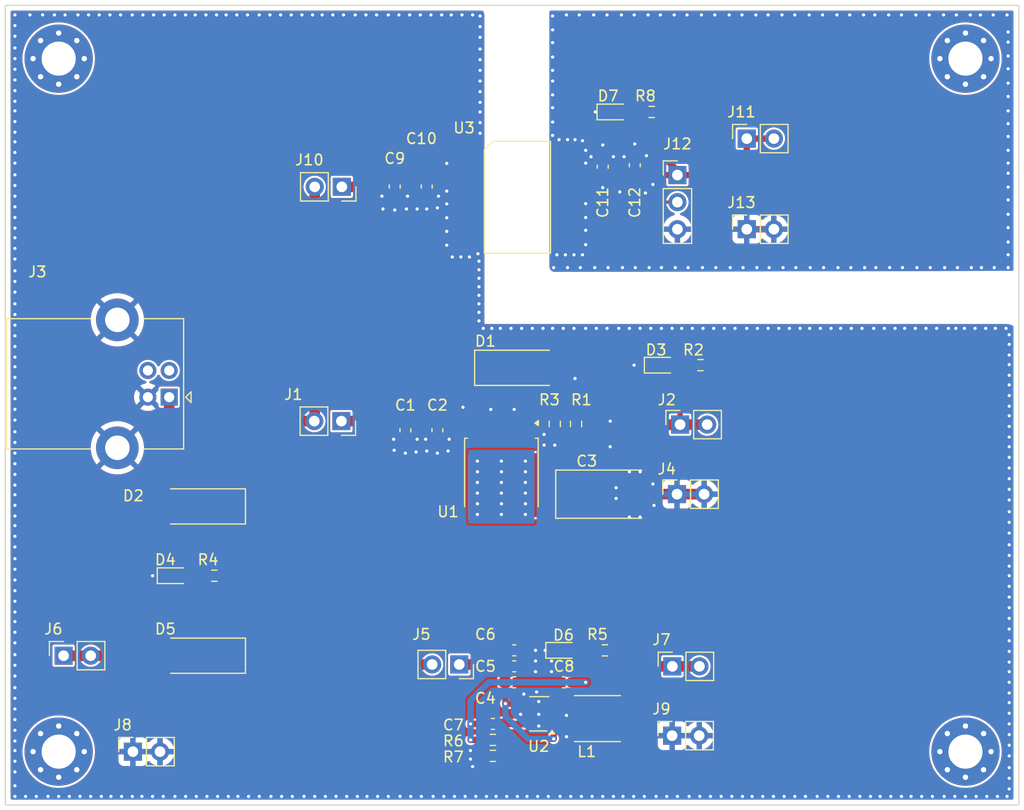
<source format=kicad_pcb>
(kicad_pcb (version 20240108) (generator "pcbnew") (generator_version "8.0")
  (layers (0 "F.Cu" signal) (31 "B.Cu" signal) (34 "B.Paste" user) (35 "F.Paste" user) (36 "B.SilkS" user "B.Silkscreen") (37 "F.SilkS" user "F.Silkscreen") (38 "B.Mask" user) (39 "F.Mask" user) (44 "Edge.Cuts" user))
  (net 0 "")
  (net 1 "VIN")
  (net 2 "GND")
  (net 3 "Net-(D1-K)")
  (net 4 "VCC_SY")
  (net 5 "Net-(J5-Pin_1)")
  (net 6 "Net-(D2-A)")
  (net 7 "Net-(D3-A)")
  (net 8 "Net-(U2-FB)")
  (net 9 "Net-(J10-Pin_1)")
  (net 10 "VCC_LM")
  (net 11 "Net-(D4-A)")
  (net 12 "Net-(D5-A)")
  (net 13 "VCC_ISO")
  (net 14 "GND_ISO")
  (net 15 "Net-(D6-A)")
  (net 16 "Net-(D7-A)")
  (net 19 "Net-(J12-Pin_2)")
  (net 20 "Net-(U2-LX)")
  (net 21 "Net-(U1-ADJ)")
  (footprint "MountingHole:MountingHole_3.2mm_M3_Pad_Via" (layer "F.Cu") (at 105.13125 120)
    (property "Reference" "REF**" (hide yes))
    (property "Value" "MountingHole_3.2mm_M3_Pad_Via" (hide yes))
  )
  (footprint "MountingHole:MountingHole_3.2mm_M3_Pad_Via" (layer "F.Cu") (at 190.13125 55)
    (property "Reference" "REF**" (hide yes))
    (property "Value" "MountingHole_3.2mm_M3_Pad_Via" (hide yes))
  )
  (footprint "Connector_PinSocket_2.54mm:PinSocket_1x02_P2.54mm_Vertical" (layer "F.Cu") (at 131.67125 67.025 -90)
    (property "Reference" "J10")
    (property "Value" "2 pin header")
  )
  (footprint "LED_SMD:LED_0603_1608Metric_Pad1.05x0.95mm_HandSolder" (layer "F.Cu") (at 161.69375 83.75)
    (property "Reference" "D3")
    (property "Value" "LED")
  )
  (footprint "Connector_PinSocket_2.54mm:PinSocket_1x02_P2.54mm_Vertical" (layer "F.Cu") (at 163.38125 89.325 90)
    (property "Reference" "J2")
    (property "Value" "2 pin header")
  )
  (footprint "LED_SMD:LED_0603_1608Metric_Pad1.05x0.95mm_HandSolder" (layer "F.Cu") (at 157.25625 60)
    (property "Reference" "D7")
    (property "Value" "LED")
  )
  (footprint "Connector_PinSocket_2.54mm:PinSocket_1x02_P2.54mm_Vertical" (layer "F.Cu") (at 162.65625 112 90)
    (property "Reference" "J7")
    (property "Value" "2 pin header" (hide yes))
  )
  (footprint "Connector_PinSocket_2.54mm:PinSocket_1x02_P2.54mm_Vertical" (layer "F.Cu") (at 105.59125 111 90)
    (property "Reference" "J6")
    (property "Value" "2 pin header" (hide yes))
  )
  (footprint "Connector_PinSocket_2.54mm:PinSocket_1x02_P2.54mm_Vertical" (layer "F.Cu") (at 131.63125 89 -90)
    (property "Reference" "J1")
    (property "Value" "2 pin header")
  )
  (footprint "Capacitor_SMD:C_0603_1608Metric_Pad1.08x0.95mm_HandSolder" (layer "F.Cu") (at 156.13125 65.1375 90)
    (property "Reference" "C11")
    (property "Value" "100n")
  )
  (footprint "Resistor_SMD:R_0603_1608Metric_Pad0.98x0.95mm_HandSolder" (layer "F.Cu") (at 145.83125 120.4 180)
    (property "Reference" "R7")
    (property "Value" "49.9k / 1%" (hide yes))
  )
  (footprint "Package_TO_SOT_SMD:SOT-23-5_HandSoldering" (layer "F.Cu") (at 150.18125 116.45 180)
    (property "Reference" "U2")
    (property "Value" "SY8089AAAC" (hide yes))
  )
  (footprint "Resistor_SMD:R_0603_1608Metric_Pad0.98x0.95mm_HandSolder" (layer "F.Cu") (at 119.71875 103.5 180)
    (property "Reference" "R4")
    (property "Value" "220")
  )
  (footprint "MountingHole:MountingHole_3.2mm_M3_Pad_Via" (layer "F.Cu") (at 105.13125 55)
    (property "Reference" "REF**" (hide yes))
    (property "Value" "MountingHole_3.2mm_M3_Pad_Via" (hide yes))
  )
  (footprint "Resistor_SMD:R_0603_1608Metric_Pad0.98x0.95mm_HandSolder" (layer "F.Cu") (at 145.83125 118.9)
    (property "Reference" "R6")
    (property "Value" "220k / 1%" (hide yes))
  )
  (footprint "Connector_PinSocket_2.54mm:PinSocket_1x02_P2.54mm_Vertical" (layer "F.Cu") (at 169.63125 71 90)
    (property "Reference" "J13")
    (property "Value" "2 pin header")
  )
  (footprint "Package_TO_SOT_SMD:TO-252-2" (layer "F.Cu") (at 146.62875 93.915 -90)
    (property "Reference" "U1")
    (property "Value" "LM1117DT-ADJ")
  )
  (footprint "Capacitor_Tantalum_SMD:CP_EIA-7343-31_Kemet-D" (layer "F.Cu") (at 156.13125 95.85)
    (property "Reference" "C3")
    (property "Value" "100u")
  )
  (footprint "Connector_PinSocket_2.54mm:PinSocket_1x02_P2.54mm_Vertical" (layer "F.Cu") (at 169.63125 62.5 90)
    (property "Reference" "J11")
    (property "Value" "2 pin header")
  )
  (footprint "Capacitor_SMD:C_0603_1608Metric_Pad1.08x0.95mm_HandSolder" (layer "F.Cu") (at 159.13125 65 90)
    (property "Reference" "C12")
    (property "Value" "22u")
  )
  (footprint "Capacitor_SMD:C_0603_1608Metric_Pad1.08x0.95mm_HandSolder" (layer "F.Cu") (at 140.63125 89.8625 -90)
    (property "Reference" "C2")
    (property "Value" "100n")
  )
  (footprint "MountingHole:MountingHole_3.2mm_M3_Pad_Via" (layer "F.Cu") (at 190.13125 120)
    (property "Reference" "REF**" (hide yes))
    (property "Value" "MountingHole_3.2mm_M3_Pad_Via" (hide yes))
  )
  (footprint "Resistor_SMD:R_0603_1608Metric_Pad0.98x0.95mm_HandSolder" (layer "F.Cu") (at 160.71875 60 180)
    (property "Reference" "R8")
    (property "Value" "220")
  )
  (footprint "Inductor_SMD:L_Coilcraft_XxL4020" (layer "F.Cu") (at 155.63125 116.9)
    (property "Reference" "L1")
    (property "Value" "2.2u" (hide yes))
  )
  (footprint "Capacitor_SMD:C_0603_1608Metric_Pad1.08x0.95mm_HandSolder" (layer "F.Cu") (at 147.83125 113.5)
    (property "Reference" "C4")
    (property "Value" "100n" (hide yes))
  )
  (footprint "LED_SMD:LED_0603_1608Metric_Pad1.05x0.95mm_HandSolder" (layer "F.Cu") (at 152.45625 110.5)
    (property "Reference" "D6")
    (property "Value" "LED")
  )
  (footprint "Capacitor_SMD:C_0603_1608Metric_Pad1.08x0.95mm_HandSolder" (layer "F.Cu") (at 147.83125 112)
    (property "Reference" "C5")
    (property "Value" "22u" (hide yes))
  )
  (footprint "Connector_USB:USB_B_Lumberg_2411_02_Horizontal" (layer "F.Cu") (at 115.49125 86.75 180)
    (property "Reference" "J3")
    (property "Value" "USB_B")
  )
  (footprint "Diode_SMD:D_SMA_Handsoldering" (layer "F.Cu") (at 118.13125 97 180)
    (property "Reference" "D2")
    (property "Value" "SK34A")
  )
  (footprint "Resistor_SMD:R_0603_1608Metric_Pad0.98x0.95mm_HandSolder" (layer "F.Cu") (at 156.33125 110.5 180)
    (property "Reference" "R5")
    (property "Value" "220" (hide yes))
  )
  (footprint "Connector_PinSocket_2.54mm:PinSocket_1x02_P2.54mm_Vertical" (layer "F.Cu") (at 112.09125 120 90)
    (property "Reference" "J8")
    (property "Value" "2 pin header" (hide yes))
  )
  (footprint "Resistor_SMD:R_0603_1608Metric_Pad0.98x0.95mm_HandSolder" (layer "F.Cu") (at 165.29375 83.75 180)
    (property "Reference" "R2")
    (property "Value" "220")
  )
  (footprint "Capacitor_SMD:C_0603_1608Metric_Pad1.08x0.95mm_HandSolder" (layer "F.Cu") (at 137.63125 89.8625 -90)
    (property "Reference" "C1")
    (property "Value" "22u")
  )
  (footprint "Capacitor_SMD:C_0603_1608Metric_Pad1.08x0.95mm_HandSolder" (layer "F.Cu") (at 136.63125 67 -90)
    (property "Reference" "C9")
    (property "Value" "22u")
  )
  (footprint "TUES_VMKS_DC_lib:SOIC-16_UCC12050" (layer "F.Cu") (at 148.13125 68 -90)
    (property "Reference" "U3")
    (property "Value" "UCC12050")
  )
  (footprint "Capacitor_SMD:C_0603_1608Metric_Pad1.08x0.95mm_HandSolder" (layer "F.Cu") (at 145.83125 117.4)
    (property "Reference" "C7")
    (property "Value" "100n" (hide yes))
  )
  (footprint "Connector_PinSocket_2.54mm:PinSocket_1x02_P2.54mm_Vertical" (layer "F.Cu") (at 162.63125 118.5 90)
    (property "Reference" "J9")
    (property "Value" "2 pin header" (hide yes))
  )
  (footprint "Resistor_SMD:R_0603_1608Metric_Pad0.98x0.95mm_HandSolder" (layer "F.Cu") (at 151.63125 89.2625 -90)
    (property "Reference" "R3")
    (property "Value" "24k")
  )
  (footprint "Capacitor_SMD:C_0603_1608Metric_Pad1.08x0.95mm_HandSolder" (layer "F.Cu") (at 152.49375 113.5 180)
    (property "Reference" "C8")
    (property "Value" "22u" (hide yes))
  )
  (footprint "Diode_SMD:D_SMA_Handsoldering" (layer "F.Cu") (at 148.63125 84)
    (property "Reference" "D1")
    (property "Value" "SK34A")
  )
  (footprint "Diode_SMD:D_SMA_Handsoldering" (layer "F.Cu") (at 118.13125 111 180)
    (property "Reference" "D5")
    (property "Value" "SK34A")
  )
  (footprint "Capacitor_SMD:C_0603_1608Metric_Pad1.08x0.95mm_HandSolder" (layer "F.Cu") (at 139.63125 67 -90)
    (property "Reference" "C10")
    (property "Value" "100n")
  )
  (footprint "Capacitor_SMD:C_0603_1608Metric_Pad1.08x0.95mm_HandSolder" (layer "F.Cu") (at 147.83125 110.5)
    (property "Reference" "C6")
    (property "Value" "22u" (hide yes))
  )
  (footprint "LED_SMD:LED_0603_1608Metric_Pad1.05x0.95mm_HandSolder" (layer "F.Cu") (at 116.03125 103.5)
    (property "Reference" "D4")
    (property "Value" "LED")
  )
  (footprint "Connector_PinSocket_2.54mm:PinSocket_1x02_P2.54mm_Vertical" (layer "F.Cu") (at 163.09125 95.85 90)
    (property "Reference" "J4")
    (property "Value" "2 pin header")
  )
  (footprint "Connector_PinHeader_2.54mm:PinHeader_1x03_P2.54mm_Vertical" (layer "F.Cu") (at 163.13125 65.92)
    (property "Reference" "J12")
    (property "Value" "3 pin header")
  )
  (footprint "Connector_PinSocket_2.54mm:PinSocket_1x02_P2.54mm_Vertical" (layer "F.Cu") (at 142.68125 111.825 -90)
    (property "Reference" "J5")
    (property "Value" "2 pin header")
  )
  (footprint "Resistor_SMD:R_0603_1608Metric_Pad0.98x0.95mm_HandSolder" (layer "F.Cu") (at 153.63125 89.2625 90)
    (property "Reference" "R1")
    (property "Value" "20k")
  )
  (gr_line (start 100.13125 50) (end 100.13125 125) (stroke (width 0.1)) (layer "F.SilkS"))
  (gr_line (start 195.13125 50) (end 100.13125 50) (stroke (width 0.1)) (layer "F.SilkS"))
  (gr_line (start 195.13125 125) (end 195.13125 50) (stroke (width 0.1)) (layer "F.SilkS"))
  (gr_line (start 100.13125 125) (end 195.13125 125) (stroke (width 0.1)) (layer "F.SilkS"))
  (gr_line (start 100.13125 125) (end 195.13125 125) (stroke (width 0.1)) (layer "Edge.Cuts"))
  (gr_line (start 195.13125 125) (end 195.13125 50) (stroke (width 0.1)) (layer "Edge.Cuts"))
  (gr_line (start 100.13125 125) (end 100.13125 50) (stroke (width 0.1)) (layer "Edge.Cuts"))
  (gr_line (start 100.13125 50) (end 195.13125 50) (stroke (width 0.1)) (layer "Edge.Cuts"))
  (segment (start 140.14125 111.825) (end 129.25625 111.825) (width 1) (layer "F.Cu") (net 1))
  (segment (start 125.13125 89) (end 129.09125 89) (width 1) (layer "F.Cu") (net 1))
  (segment (start 120.63125 97) (end 120.63125 93.5) (width 1) (layer "F.Cu") (net 1))
  (segment (start 129.13125 88.96) (end 129.13125 67.025) (width 1) (layer "F.Cu") (net 1))
  (segment (start 120.63125 111) (end 128.43125 111) (width 1) (layer "F.Cu") (net 1))
  (segment (start 120.63125 97) (end 120.63125 111) (width 1) (layer "F.Cu") (net 1))
  (segment (start 120.63125 93.5) (end 125.13125 89) (width 1) (layer "F.Cu") (net 1))
  (segment (start 129.25625 111.825) (end 128.43125 111) (width 1) (layer "F.Cu") (net 1))
  (segment (start 129.09125 89) (end 129.13125 88.96) (width 1) (layer "F.Cu") (net 1))
  (segment (start 151.55625 90.25) (end 151.63125 90.175) (width 0.5) (layer "F.Cu") (net 2))
  (segment (start 139.63125 67.825) (end 139.63125 69.1) (width 1) (layer "F.Cu") (net 2))
  (segment (start 143.48125 72.445) (end 141.48625 72.445) (width 0.5) (layer "F.Cu") (net 2))
  (segment (start 141.48625 72.445) (end 141.43125 72.5) (width 0.2) (layer "F.Cu") (net 2))
  (segment (start 141.53125 64.8) (end 141.50625 64.825) (width 0.5) (layer "F.Cu") (net 2))
  (segment (start 140.63125 90.725) (end 140.63125 92) (width 1) (layer "F.Cu") (net 2))
  (segment (start 159.06875 83.75) (end 160.88125 83.75) (width 0.5) (layer "F.Cu") (net 2))
  (segment (start 143.85625 64.8) (end 141.53125 64.8) (width 0.5) (layer "F.Cu") (net 2))
  (segment (start 151.63125 91.25) (end 151.63125 90.175) (width 0.5) (layer "F.Cu") (net 2))
  (segment (start 143.45625 67.4) (end 141.53125 67.4) (width 0.5) (layer "F.Cu") (net 2))
  (segment (start 137.63125 90.725) (end 137.63125 92) (width 1) (layer "F.Cu") (net 2))
  (segment (start 136.63125 67.925) (end 136.63125 69.2) (width 1) (layer "F.Cu") (net 2))
  (segment (start 143.55625 68.6) (end 141.63125 68.6) (width 0.5) (layer "F.Cu") (net 2))
  (segment (start 159.24375 95.85) (end 165.63125 95.85) (width 1) (layer "F.Cu") (net 2))
  (segment (start 143.48125 71.175) (end 141.55625 71.175) (width 0.5) (layer "F.Cu") (net 2))
  (segment (start 150.63125 90.25) (end 151.55625 90.25) (width 0.5) (layer "F.Cu") (net 2))
  (segment (start 141.55625 71.175) (end 141.53125 71.2) (width 0.5) (layer "F.Cu") (net 2))
  (segment (start 143.45625 69.9) (end 141.53125 69.9) (width 0.5) (layer "F.Cu") (net 2))
  (via (at 101.03125 123.2) (size 0.5) (drill 0.3) (layers "F.Cu" "B.Cu") (net 2))
  (via (at 192.13125 124.2) (size 0.5) (drill 0.3) (layers "F.Cu" "B.Cu") (net 2))
  (via (at 101.03125 65.9) (size 0.5) (drill 0.3) (layers "F.Cu" "B.Cu") (net 2))
  (via (at 104.73125 50.9) (size 0.5) (drill 0.3) (layers "F.Cu" "B.Cu") (net 2))
  (via (at 120.83125 50.9) (size 0.5) (drill 0.3) (layers "F.Cu" "B.Cu") (net 2))
  (via (at 191.13125 124.2) (size 0.5) (drill 0.3) (layers "F.Cu" "B.Cu") (net 2))
  (via (at 144.63125 62) (size 0.5) (drill 0.3) (layers "F.Cu" "B.Cu") (net 2))
  (via (at 132.13125 124.2) (size 0.5) (drill 0.3) (layers "F.Cu" "B.Cu") (net 2))
  (via (at 144.53125 74.8) (size 0.5) (drill 0.3) (layers "F.Cu" "B.Cu") (net 2))
  (via (at 109.93125 50.9) (size 0.5) (drill 0.3) (layers "F.Cu" "B.Cu") (net 2))
  (via (at 152.43125 80.3) (size 0.5) (drill 0.3) (layers "F.Cu" "B.Cu") (net 2))
  (via (at 151.33125 111.5) (size 0.6) (drill 0.3) (layers "F.Cu" "B.Cu") (net 2))
  (via (at 101.03125 51.9) (size 0.5) (drill 0.3) (layers "F.Cu" "B.Cu") (net 2))
  (via (at 167.53125 80.3) (size 0.5) (drill 0.3) (layers "F.Cu" "B.Cu") (net 2))
  (via (at 101.03125 69.9) (size 0.5) (drill 0.3) (layers "F.Cu" "B.Cu") (net 2))
  (via (at 157.63125 80.3) (size 0.5) (drill 0.3) (layers "F.Cu" "B.Cu") (net 2))
  (via (at 101.03125 99.8) (size 0.5) (drill 0.3) (layers "F.Cu" "B.Cu") (net 2))
  (via (at 194.23125 116.4) (size 0.5) (drill 0.3) (layers "F.Cu" "B.Cu") (net 2))
  (via (at 186.43125 80.3) (size 0.5) (drill 0.3) (layers "F.Cu" "B.Cu") (net 2))
  (via (at 101.03125 83) (size 0.5) (drill 0.3) (layers "F.Cu" "B.Cu") (net 2))
  (via (at 148.53125 80.3) (size 0.5) (drill 0.3) (layers "F.Cu" "B.Cu") (net 2))
  (via (at 112.03125 50.9) (size 0.5) (drill 0.3) (layers "F.Cu" "B.Cu") (net 2))
  (via (at 137.63125 92) (size 0.6) (drill 0.3) (layers "F.Cu" "B.Cu") (net 2))
  (via (at 153.13125 124.2) (size 0.5) (drill 0.3) (layers "F.Cu" "B.Cu") (net 2))
  (via (at 137.83125 67.9) (size 0.6) (drill 0.3) (layers "F.Cu" "B.Cu") (net 2))
  (via (at 139.63125 69.1) (size 0.6) (drill 0.3) (layers "F.Cu" "B.Cu") (net 2))
  (via (at 194.23125 88.5) (size 0.5) (drill 0.3) (layers "F.Cu" "B.Cu") (net 2))
  (via (at 194.23125 99.5) (size 0.5) (drill 0.3) (layers "F.Cu" "B.Cu") (net 2))
  (via (at 156.83125 91.4) (size 0.6) (drill 0.3) (layers "F.Cu" "B.Cu") (net 2))
  (via (at 185.03125 124.2) (size 0.5) (drill 0.3) (layers "F.Cu" "B.Cu") (net 2))
  (via (at 141.23125 124.2) (size 0.5) (drill 0.3) (layers "F.Cu" "B.Cu") (net 2))
  (via (at 137.03125 50.9) (size 0.5) (drill 0.3) (layers "F.Cu" "B.Cu") (net 2))
  (via (at 101.03125 97.9) (size 0.5) (drill 0.3) (layers "F.Cu" "B.Cu") (net 2))
  (via (at 141.50625 64.825) (size 0.6) (drill 0.3) (layers "F.Cu" "B.Cu") (net 2))
  (via (at 143.73125 120.7) (size 0.6) (drill 0.3) (layers "F.Cu" "B.Cu") (net 2))
  (via (at 159.63125 93.75) (size 0.6) (drill 0.3) (layers "F.Cu" "B.Cu") (net 2))
  (via (at 194.23125 109.6) (size 0.5) (drill 0.3) (layers "F.Cu" "B.Cu") (net 2))
  (via (at 146.53125 80.3) (size 0.5) (drill 0.3) (layers "F.Cu" "B.Cu") (net 2))
  (via (at 177.23125 124.2) (size 0.5) (drill 0.3) (layers "F.Cu" "B.Cu") (net 2))
  (via (at 144.53125 78) (size 0.5) (drill 0.3) (layers "F.Cu" "B.Cu") (net 2))
  (via (at 160.93125 96.9) (size 0.6) (drill 0.3) (layers "F.Cu" "B.Cu") (net 2))
  (via (at 151.03125 124.2) (size 0.5) (drill 0.3) (layers "F.Cu" "B.Cu") (net 2))
  (via (at 101.03125 63.8) (size 0.5) (drill 0.3) (layers "F.Cu" "B.Cu") (net 2))
  (via (at 150.63125 90.25) (size 0.6) (drill 0.3) (layers "F.Cu" "B.Cu") (net 2))
  (via (at 140.23125 124.2) (size 0.5) (drill 0.3) (layers "F.Cu" "B.Cu") (net 2))
  (via (at 114.93125 124.2) (size 0.5) (drill 0.3) (layers "F.Cu" "B.Cu") (net 2))
  (via (at 194.23125 95.4) (size 0.5) (drill 0.3) (layers "F.Cu" "B.Cu") (net 2))
  (via (at 144.63125 52) (size 0.5) (drill 0.3) (layers "F.Cu" "B.Cu") (net 2))
  (via (at 114.03125 50.9) (size 0.5) (drill 0.3) (layers "F.Cu" "B.Cu") (net 2))
  (via (at 102.03125 124.2) (size 0.5) (drill 0.3) (layers "F.Cu" "B.Cu") (net 2))
  (via (at 171.63125 80.3) (size 0.5) (drill 0.3) (layers "F.Cu" "B.Cu") (net 2))
  (via (at 166.23125 124.2) (size 0.5) (drill 0.3) (layers "F.Cu" "B.Cu") (net 2))
  (via (at 194.23125 92.4) (size 0.5) (drill 0.3) (layers "F.Cu" "B.Cu") (net 2))
  (via (at 122.83125 50.9) (size 0.5) (drill 0.3) (layers "F.Cu" "B.Cu") (net 2))
  (via (at 131.83125 50.9) (size 0.5) (drill 0.3) (layers "F.Cu" "B.Cu") (net 2))
  (via (at 194.23125 114.5) (size 0.5) (drill 0.3) (layers "F.Cu" "B.Cu") (net 2))
  (via (at 138.63125 91.9) (size 0.6) (drill 0.3) (layers "F.Cu" "B.Cu") (net 2))
  (via (at 101.03125 91) (size 0.5) (drill 0.3) (layers "F.Cu" "B.Cu") (net 2))
  (via (at 101.03125 90) (size 0.5) (drill 0.3) (layers "F.Cu" "B.Cu") (net 2))
  (via (at 159.03125 124.2) (size 0.5) (drill 0.3) (layers "F.Cu" "B.Cu") (net 2))
  (via (at 192.93125 80.3) (size 0.5) (drill 0.3) (layers "F.Cu" "B.Cu") (net 2))
  (via (at 194.23125 100.6) (size 0.5) (drill 0.3) (layers "F.Cu" "B.Cu") (net 2))
  (via (at 110.03125 124.2) (size 0.5) (drill 0.3) (layers "F.Cu" "B.Cu") (net 2))
  (via (at 143.63125 73.6) (size 0.5) (drill 0.3) (layers "F.Cu" "B.Cu") (net 2))
  (via (at 122.93125 124.2) (size 0.5) (drill 0.3) (layers "F.Cu" "B.Cu") (net 2))
  (via (at 144.53125 75.6) (size 0.5) (drill 0.3) (layers "F.Cu" "B.Cu") (net 2))
  (via (at 147.53125 80.3) (size 0.5) (drill 0.3) (layers "F.Cu" "B.Cu") (net 2))
  (via (at 101.03125 57) (size 0.5) (drill 0.3) (layers "F.Cu" "B.Cu") (net 2))
  (via (at 130.13125 124.2) (size 0.5) (drill 0.3) (layers "F.Cu" "B.Cu") (net 2))
  (via (at 101.03125 117) (size 0.5) (drill 0.3) (layers "F.Cu" "B.Cu") (net 2))
  (via (at 105.13125 124.2) (size 0.5) (drill 0.3) (layers "F.Cu" "B.Cu") (net 2))
  (via (at 194.23125 89.5) (size 0.5) (drill 0.3) (layers "F.Cu" "B.Cu") (net 2))
  (via (at 189.13125 124.2) (size 0.5) (drill 0.3) (layers "F.Cu" "B.Cu") (net 2))
  (via (at 183.13125 124.2) (size 0.5) (drill 0.3) (layers "F.Cu" "B.Cu") (net 2))
  (via (at 108.13125 124.2) (size 0.5) (drill 0.3) (layers "F.Cu" "B.Cu") (net 2))
  (via (at 143.23125 124.2) (size 0.5) (drill 0.3) (layers "F.Cu" "B.Cu") (net 2))
  (via (at 194.23125 102.6) (size 0.5) (drill 0.3) (layers "F.Cu" "B.Cu") (net 2))
  (via (at 101.03125 88.9) (size 0.5) (drill 0.3) (layers "F.Cu" "B.Cu") (net 2))
  (via (at 138.03125 50.9) (size 0.5) (drill 0.3) (layers "F.Cu" "B.Cu") (net 2))
  (via (at 188.13125 124.2) (size 0.5) (drill 0.3) (layers "F.Cu" "B.Cu") (net 2))
  (via (at 121.83125 50.9) (size 0.5) (drill 0.3) (layers "F.Cu" "B.Cu") (net 2))
  (via (at 194.23125 107.5) (size 0.5) (drill 0.3) (layers "F.Cu" "B.Cu") (net 2))
  (via (at 149.03125 124.2) (size 0.5) (drill 0.3) (layers "F.Cu" "B.Cu") (net 2))
  (via (at 101.03125 59) (size 0.5) (drill 0.3) (layers "F.Cu" "B.Cu") (net 2))
  (via (at 144.53125 76.4) (size 0.5) (drill 0.3) (layers "F.Cu" "B.Cu") (net 2))
  (via (at 170.13125 124.2) (size 0.5) (drill 0.3) (layers "F.Cu" "B.Cu") (net 2))
  (via (at 155.53125 80.3) (size 0.5) (drill 0.3) (layers "F.Cu" "B.Cu") (net 2))
  (via (at 171.13125 124.2) (size 0.5) (drill 0.3) (layers "F.Cu" "B.Cu") (net 2))
  (via (at 149.93125 114.4) (size 0.6) (drill 0.3) (layers "F.Cu" "B.Cu") (net 2))
  (via (at 141.50625 72.5) (size 0.6) (drill 0.3) (layers "F.Cu" "B.Cu") (net 2))
  (via (at 130.83125 50.9) (size 0.5) (drill 0.3) (layers "F.Cu" "B.Cu") (net 2))
  (via (at 101.03125 120.9) (size 0.5) (drill 0.3) (layers "F.Cu" "B.Cu") (net 2))
  (via (at 101.03125 114) (size 0.5) (drill 0.3) (layers "F.Cu" "B.Cu") (net 2))
  (via (at 170.63125 80.3) (size 0.5) (drill 0.3) (layers "F.Cu" "B.Cu") (net 2))
  (via (at 169.63125 80.3) (size 0.5) (drill 0.3) (layers "F.Cu" "B.Cu") (net 2))
  (via (at 173.63125 80.3) (size 0.5) (drill 0.3) (layers "F.Cu" "B.Cu") (net 2))
  (via (at 118.93125 50.9) (size 0.5) (drill 0.3) (layers "F.Cu" "B.Cu") (net 2))
  (via (at 116.03125 124.2) (size 0.5) (drill 0.3) (layers "F.Cu" "B.Cu") (net 2))
  (via (at 101.03125 93) (size 0.5) (drill 0.3) (layers "F.Cu" "B.Cu") (net 2))
  (via (at 164.23125 124.2) (size 0.5) (drill 0.3) (layers "F.Cu" "B.Cu") (net 2))
  (via (at 193.93125 80.3) (size 0.5) (drill 0.3) (layers "F.Cu" "B.Cu") (net 2))
  (via (at 101.03125 76.9) (size 0.5) (drill 0.3) (layers "F.Cu" "B.Cu") (net 2))
  (via (at 113.93125 103.5) (size 0.6) (drill 0.3) (layers "F.Cu" "B.Cu") (net 2))
  (via (at 158.03125 124.2) (size 0.5) (drill 0.3) (layers "F.Cu" "B.Cu") (net 2))
  (via (at 153.53125 85) (size 0.5) (drill 0.3) (layers "F.Cu" "B.Cu") (net 2))
  (via (at 194.23125 91.4) (size 0.5) (drill 0.3) (layers "F.Cu" "B.Cu") (net 2))
  (via (at 101.03125 98.8) (size 0.5) (drill 0.3) (layers "F.Cu" "B.Cu") (net 2))
  (via (at 194.23125 115.4) (size 0.5) (drill 0.3) (layers "F.Cu" "B.Cu") (net 2))
  (via (at 191.03125 80.3) (size 0.5) (drill 0.3) (layers "F.Cu" "B.Cu") (net 2))
  (via (at 180.43125 80.3) (size 0.5) (drill 0.3) (layers "F.Cu" "B.Cu") (net 2))
  (via (at 184.13125 124.2) (size 0.5) (drill 0.3) (layers "F.Cu" "B.Cu") (net 2))
  (via (at 177.53125 80.3) (size 0.5) (drill 0.3) (layers "F.Cu" "B.Cu") (net 2))
  (via (at 194.23125 108.5) (size 0.5) (drill 0.3) (layers "F.Cu" "B.Cu") (net 2))
  (via (at 142.93125 50.9) (size 0.5) (drill 0.3) (layers "F.Cu" "B.Cu") (net 2))
  (via (at 101.03125 119) (size 0.5) (drill 0.3) (layers "F.Cu" "B.Cu") (net 2))
  (via (at 101.03125 103.9) (size 0.5) (drill 0.3) (layers "F.Cu" "B.Cu") (net 2))
  (via (at 141.50625 67.425) (size 0.6) (drill 0.3) (layers "F.Cu" "B.Cu") (net 2))
  (via (at 184.43125 80.3) (size 0.5) (drill 0.3) (layers "F.Cu" "B.Cu") (net 2))
  (via (at 194.23125 123.5) (size 0.5) (drill 0.3) (layers "F.Cu" "B.Cu") (net 2))
  (via (at 149.83125 112.5) (size 0.6) (drill 0.3) (layers "F.Cu" "B.Cu") (net 2))
  (via (at 154.53125 80.3) (size 0.5) (drill 0.3) (layers "F.Cu" "B.Cu") (net 2))
  (via (at 144.63125 56.1) (size 0.5) (drill 0.3) (layers "F.Cu" "B.Cu") (net 2))
  (via (at 182.53125 80.3) (size 0.5) (drill 0.3) (layers "F.Cu" "B.Cu") (net 2))
  (via (at 127.93125 50.9) (size 0.5) (drill 0.3) (layers "F.Cu" "B.Cu") (net 2))
  (via (at 117.03125 50.9) (size 0.5) (drill 0.3) (layers "F.Cu" "B.Cu") (net 2))
  (via (at 101.03125 75.9) (size 0.5) (drill 0.3) (layers "F.Cu" "B.Cu") (net 2))
  (via (at 192.03125 80.3) (size 0.5) (drill 0.3) (layers "F.Cu" "B.Cu") (net 2))
  (via (at 101.03125 116) (size 0.5) (drill 0.3) (layers "F.Cu" "B.Cu") (net 2))
  (via (at 190.13125 124.2) (size 0.5) (drill 0.3) (layers "F.Cu" "B.Cu") (net 2))
  (via (at 101.03125 67.9) (size 0.5) (drill 0.3) (layers "F.Cu" "B.Cu") (net 2))
  (via (at 101.03125 119.9) (size 0.5) (drill 0.3) (layers "F.Cu" "B.Cu") (net 2))
  (via (at 173.13125 124.2) (size 0.5) (drill 0.3) (layers "F.Cu" "B.Cu") (net 2))
  (via (at 134.93125 50.9) (size 0.5) (drill 0.3) (layers "F.Cu" "B.Cu") (net 2))
  (via (at 141.03125 50.9) (size 0.5) (drill 0.3) (layers "F.Cu" "B.Cu") (net 2))
  (via (at 161.13125 124.2) (size 0.5) (drill 0.3) (layers "F.Cu" "B.Cu") (net 2))
  (via (at 194.23125 105.5) (size 0.5) (drill 0.3) (layers "F.Cu" "B.Cu") (net 2))
  (via (at 194.23125 110.6) (size 0.5) (drill 0.3) (layers "F.Cu" "B.Cu") (net 2))
  (via (at 157.13125 124.2) (size 0.5) (drill 0.3) (layers "F.Cu" "B.Cu") (net 2))
  (via (at 136.63125 69.2) (size 0.6) (drill 0.3) (layers "F.Cu" "B.Cu") (net 2))
  (via (at 138.73125 69.1) (size 0.6) (drill 0.3) (layers "F.Cu" "B.Cu") (net 2))
  (via (at 101.03125 78) (size 0.5) (drill 0.3) (layers "F.Cu" "B.Cu") (net 2))
  (via (at 152.73125 118.6) (size 0.6) (drill 0.3) (layers "F.Cu" "B.Cu") (net 2))
  (via (at 194.23125 83.7) (size 0.5) (drill 0.3) (layers "F.Cu" "B.Cu") (net 2))
  (via (at 107.93125 50.9) (size 0.5) (drill 0.3) (layers "F.Cu" "B.Cu") (net 2))
  (via (at 135.03125 124.2) (size 0.5) (drill 0.3) (layers "F.Cu" "B.Cu") (net 2))
  (via (at 144.63125 61) (size 0.5) (drill 0.3) (layers "F.Cu" "B.Cu") (net 2))
  (via (at 106.13125 124.2) (size 0.5) (drill 0.3) (layers "F.Cu" "B.Cu") (net 2))
  (via (at 141.73125 90.7) (size 0.6) (drill 0.3) (layers "F.Cu" "B.Cu") (net 2))
  (via (at 140.63125 69) (size 0.6) (drill 0.3) (layers "F.Cu" "B.Cu") (net 2))
  (via (at 101.03125 80) (size 0.5) (drill 0.3) (layers "F.Cu" "B.Cu") (net 2))
  (via (at 126.03125 124.2) (size 0.5) (drill 0.3) (layers "F.Cu" "B.Cu") (net 2))
  (via (at 109.13125 124.2) (size 0.5) (drill 0.3) (layers "F.Cu" "B.Cu") (net 2))
  (via (at 101.03125 71.8) (size 0.5) (drill 0.3) (layers "F.Cu" "B.Cu") (net 2))
  (via (at 182.13125 124.2) (size 0.5) (drill 0.3) (layers "F.Cu" "B.Cu") (net 2))
  (via (at 150.03125 124.2) (size 0.5) (drill 0.3) (layers "F.Cu" "B.Cu") (net 2))
  (via (at 101.03125 66.9) (size 0.5) (drill 0.3) (layers "F.Cu" "B.Cu") (net 2))
  (via (at 181.23125 124.2) (size 0.5) (drill 0.3) (layers "F.Cu" "B.Cu") (net 2))
  (via (at 156.83125 89) (size 0.6) (drill 0.3) (layers "F.Cu" "B.Cu") (net 2))
  (via (at 144.63125 51) (size 0.5) (drill 0.3) (layers "F.Cu" "B.Cu") (net 2))
  (via (at 193.13125 124.2) (size 0.5) (drill 0.3) (layers "F.Cu" "B.Cu") (net 2))
  (via (at 101.03125 86.9) (size 0.5) (drill 0.3) (layers "F.Cu" "B.Cu") (net 2))
  (via (at 157.38125 96.25) (size 0.6) (drill 0.3) (layers "F.Cu" "B.Cu") (net 2))
  (via (at 137.73125 69.1) (size 0.6) (drill 0.3) (layers "F.Cu" "B.Cu") (net 2))
  (via (at 176.23125 124.2) (size 0.5) (drill 0.3) (layers "F.Cu" "B.Cu") (net 2))
  (via (at 146.13125 124.2) (size 0.5) (drill 0.3) (layers "F.Cu" "B.Cu") (net 2))
  (via (at 101.03125 58) (size 0.5) (drill 0.3) (layers "F.Cu" "B.Cu") (net 2))
  (via (at 144.23125 124.2) (size 0.5) (drill 0.3) (layers "F.Cu" "B.Cu") (net 2))
  (via (at 144.43125 73.3) (size 0.5) (drill 0.3) (layers "F.Cu" "B.Cu") (net 2))
  (via (at 151.63125 91.25) (size 0.6) (drill 0.3) (layers "F.Cu" "B.Cu") (net 2))
  (via (at 101.03125 102.9) (size 0.5) (drill 0.3) (layers "F.Cu" "B.Cu") (net 2))
  (via (at 178.43125 80.3) (size 0.5) (drill 0.3) (layers "F.Cu" "B.Cu") (net 2))
  (via (at 137.13125 124.2) (size 0.5) (drill 0.3) (layers "F.Cu" "B.Cu") (net 2))
  (via (at 163.53125 80.3) (size 0.5) (drill 0.3) (layers "F.Cu" "B.Cu") (net 2))
  (via (at 194.23125 120.4) (size 0.5) (drill 0.3) (layers "F.Cu" "B.Cu") (net 2))
  (via (at 151.33125 112.5) (size 0.6) (drill 0.3) (layers "F.Cu" "B.Cu") (net 2))
  (via (at 143.93125 121.4) (size 0.6) (drill 0.3) (layers "F.Cu" "B.Cu") (net 2))
  (via (at 101.03125 118) (size 0.5) (drill 0.3) (layers "F.Cu" "B.Cu") (net 2))
  (via (at 175.53125 80.3) (size 0.5) (drill 0.3) (layers "F.Cu" "B.Cu") (net 2))
  (via (at 113.93125 124.2) (size 0.5) (drill 0.3) (layers "F.Cu" "B.Cu") (net 2))
  (via (at 118.03125 124.2) (size 0.5) (drill 0.3) (layers "F.Cu" "B.Cu") (net 2))
  (via (at 125.03125 124.2) (size 0.5) (drill 0.3) (layers "F.Cu" "B.Cu") (net 2))
  (via (at 194.23125 86.6) (size 0.5) (drill 0.3) (layers "F.Cu" "B.Cu") (net 2))
  (via (at 168.23125 124.2) (size 0.5) (drill 0.3) (layers "F.Cu" "B.Cu") (net 2))
  (via (at 101.03125 59.9) (size 0.5) (drill 0.3) (layers "F.Cu" "B.Cu") (net 2))
  (via (at 149.83125 111.5) (size 0.6) (drill 0.3) (layers "F.Cu" "B.Cu") (net 2))
  (via (at 194.23125 98.5) (size 0.5) (drill 0.3) (layers "F.Cu" "B.Cu") (net 2))
  (via (at 101.03125 107.8) (size 0.5) (drill 0.3) (layers "F.Cu" "B.Cu") (net 2))
  (via (at 150.13125 116.5) (size 0.6) (drill 0.3) (layers "F.Cu" "B.Cu") (net 2))
  (via (at 101.03125 55) (size 0.5) (drill 0.3) (layers "F.Cu" "B.Cu") (net 2))
  (via (at 133.13125 124.2) (size 0.5) (drill 0.3) (layers "F.Cu" "B.Cu") (net 2))
  (via (at 194.23125 103.5) (size 0.5) (drill 0.3) (layers "F.Cu" "B.Cu") (net 2))
  (via (at 124.93125 50.9) (size 0.5) (drill 0.3) (layers "F.Cu" "B.Cu") (net 2))
  (via (at 147.83125 87.9) (size 0.5) (drill 0.3) (layers "F.Cu" "B.Cu") (net 2))
  (via (at 179.43125 80.3) (size 0.5) (drill 0.3) (layers "F.Cu" "B.Cu") (net 2))
  (via (at 162.13125 124.2) (size 0.5) (drill 0.3) (layers "F.Cu" "B.Cu") (net 2))
  (via (at 138.13125 124.2) (size 0.5) (drill 0.3) (layers "F.Cu" "B.Cu") (net 2))
  (via (at 143.93125 50.9) (size 0.5) (drill 0.3) (layers "F.Cu" "B.Cu") (net 2))
  (via (at 101.03125 50.9) (size 0.5) (drill 0.3) (layers "F.Cu" "B.Cu") (net 2))
  (via (at 161.63125 80.3) (size 0.5) (drill 0.3) (layers "F.Cu" "B.Cu") (net 2))
  (via (at 102.43125 50.9) (size 0.5) (drill 0.3) (layers "F.Cu" "B.Cu") (net 2))
  (via (at 116.03125 50.9) (size 0.5) (drill 0.3) (layers "F.Cu" "B.Cu") (net 2))
  (via (at 186.03125 124.2) (size 0.5) (drill 0.3) (layers "F.Cu" "B.Cu") (net 2))
  (via (at 194.23125 94.4) (size 0.5) (drill 0.3) (layers "F.Cu" "B.Cu") (net 2))
  (via (at 120.03125 124.2) (size 0.5) (drill 0.3) (layers "F.Cu" "B.Cu") (net 2))
  (via (at 112.93125 124.2) (size 0.5) (drill 0.3) (layers "F.Cu" "B.Cu") (net 2))
  (via (at 121.03125 124.2) (size 0.5) (drill 0.3) (layers "F.Cu" "B.Cu") (net 2))
  (via (at 101.03125 56) (size 0.5) (drill 0.3) (layers "F.Cu" "B.Cu") (net 2))
  (via (at 165.53125 80.3) (size 0.5) (drill 0.3) (layers "F.Cu" "B.Cu") (net 2))
  (via (at 169.23125 124.2) (size 0.5) (drill 0.3) (layers "F.Cu" "B.Cu") (net 2))
  (via (at 194.23125 117.4) (size 0.5) (drill 0.3) (layers "F.Cu" "B.Cu") (net 2))
  (via (at 189.23125 80.3) (size 0.5) (drill 0.3) (layers "F.Cu" "B.Cu") (net 2))
  (via (at 194.23125 90.5) (size 0.5) (drill 0.3) (layers "F.Cu" "B.Cu") (net 2))
  (via (at 167.23125 124.2) (size 0.5) (drill 0.3) (layers "F.Cu" "B.Cu") (net 2))
  (via (at 156.53125 80.3) (size 0.5) (drill 0.3) (layers "F.Cu" "B.Cu") (net 2))
  (via (at 194.23125 101.6) (size 0.5) (drill 0.3) (layers "F.Cu" "B.Cu") (net 2))
  (via (at 141.50625 71.2) (size 0.6) (drill 0.3) (layers "F.Cu" "B.Cu") (net 2))
  (via (at 141.63125 91.8) (size 0.6) (drill 0.3) (layers "F.Cu" "B.Cu") (net 2))
  (via (at 194.23125 111.6) (size 0.5) (drill 0.3) (layers "F.Cu" "B.Cu") (net 2))
  (via (at 101.03125 105.9) (size 0.5) (drill 0.3) (layers "F.Cu" "B.Cu") (net 2))
  (via (at 110.93125 50.9) (size 0.5) (drill 0.3) (layers "F.Cu" "B.Cu") (net 2))
  (via (at 144.53125 78.8) (size 0.5) (drill 0.3) (layers "F.Cu" "B.Cu") (net 2))
  (via (at 194.03125 124.2) (size 0.5) (drill 0.3) (layers "F.Cu" "B.Cu") (net 2))
  (via (at 149.83125 110.5) (size 0.6) (drill 0.3) (layers "F.Cu" "B.Cu") (net 2))
  (via (at 101.03125 68.9) (size 0.5) (drill 0.3) (layers "F.Cu" "B.Cu") (net 2))
  (via (at 101.03125 115) (size 0.5) (drill 0.3) (layers "F.Cu" "B.Cu") (net 2))
  (via (at 101.03125 62.8) (size 0.5) (drill 0.3) (layers "F.Cu" "B.Cu") (net 2))
  (via (at 148.73125 114.6) (size 0.6) (drill 0.3) (layers "F.Cu" "B.Cu") (net 2))
  (via (at 187.03125 124.2) (size 0.5) (drill 0.3) (layers "F.Cu" "B.Cu") (net 2))
  (via (at 194.23125 121.5) (size 0.5) (drill 0.3) (layers "F.Cu" "B.Cu") (net 2))
  (via (at 188.53125 80.3) (size 0.5) (drill 0.3) (layers "F.Cu" "B.Cu") (net 2))
  (via (at 129.83125 50.9) (size 0.5) (drill 0.3) (layers "F.Cu" "B.Cu") (net 2))
  (via (at 101.03125 87.9) (size 0.5) (drill 0.3) (layers "F.Cu" "B.Cu") (net 2))
  (via (at 101.03125 83.9) (size 0.5) (drill 0.3) (layers "F.Cu" "B.Cu") (net 2))
  (via (at 101.03125 52.9) (size 0.5) (drill 0.3) (layers "F.Cu" "B.Cu") (net 2))
  (via (at 140.73125 67.9) (size 0.6) (drill 0.3) (layers "F.Cu" "B.Cu") (net 2))
  (via (at 194.23125 112.5) (size 0.5) (drill 0.3) (layers "F.Cu" "B.Cu") (net 2))
  (via (at 113.03125 50.9) (size 0.5) (drill 0.3) (layers "F.Cu" "B.Cu") (net 2))
  (via (at 111.03125 124.2) (size 0.5) (drill 0.3) (layers "F.Cu" "B.Cu") (net 2))
  (via (at 157.38125 95.25) (size 0.6) (drill 0.3) (layers "F.Cu" "B.Cu") (net 2))
  (via (at 127.03125 124.2) (size 0.5) (drill 0.3) (layers "F.Cu" "B.Cu") (net 2))
  (via (at 194.23125 97.5) (size 0.5) (drill 0.3) (layers "F.Cu" "B.Cu") (net 2))
  (via (at 180.23125 124.2) (size 0.5) (drill 0.3) (layers "F.Cu" "B.Cu") (net 2))
  (via (at 194.23125 80.9) (size 0.5) (drill 0.3) (layers "F.Cu" "B.Cu") (net 2))
  (via (at 101.03125 54) (size 0.5) (drill 0.3) (layers "F.Cu" "B.Cu") (net 2))
  (via (at 144.63125 59.1) (size 0.5) (drill 0.3) (layers "F.Cu" "B.Cu") (net 2))
  (via (at 136.53125 90.7) (size 0.6) (drill 0.3) (layers "F.Cu" "B.Cu") (net 2))
  (via (at 150.53125 80.3) (size 0.5) (drill 0.3) (layers "F.Cu" "B.Cu") (net 2))
  (via (at 165.23125 124.2) (size 0.5) (drill 0.3) (layers "F.Cu" "B.Cu") (net 2))
  (via (at 175.13125 124.2) (size 0.5) (drill 0.3) (layers "F.Cu" "B.Cu") (net 2))
  (via (at 107.13125 124.2) (size 0.5) (drill 0.3) (layers "F.Cu" "B.Cu") (net 2))
  (via (at 160.03125 124.2) (size 0.5) (drill 0.3) (layers "F.Cu" "B.Cu") (net 2))
  (via (at 144.93125 80.3) (size 0.5) (drill 0.3) (layers "F.Cu" "B.Cu") (net 2))
  (via (at 128.93125 50.9) (size 0.5) (drill 0.3) (layers "F.Cu" "B.Cu") (net 2))
  (via (at 152.73125 116.6) (size 0.6) (drill 0.3) (layers "F.Cu" "B.Cu") (net 2))
  (via (at 117.03125 124.2) (size 0.5) (drill 0.3) (layers "F.Cu" "B.Cu") (net 2))
  (via (at 150.73125 110.5) (size 0.6) (drill 0.3) (layers "F.Cu" "B.Cu") (net 2))
  (via (at 103.624257 50.892098) (size 0.5) (drill 0.3) (layers "F.Cu" "B.Cu") (net 2))
  (via (at 101.03125 60.9) (size 0.5) (drill 0.3) (layers "F.Cu" "B.Cu") (net 2))
  (via (at 162.63125 80.3) (size 0.5) (drill 0.3) (layers "F.Cu" "B.Cu") (net 2))
  (via (at 150.63125 91.25) (size 0.6) (drill 0.3) (layers "F.Cu" "B.Cu") (net 2))
  (via (at 141.50625 68.625) (size 0.6) (drill 0.3) (layers "F.Cu" "B.Cu") (net 2))
  (via (at 179.23125 124.2) (size 0.5) (drill 0.3) (layers "F.Cu" "B.Cu") (net 2))
  (via (at 158.63125 93.75) (size 0.6) (drill 0.3) (layers "F.Cu" "B.Cu") (net 2))
  (via (at 194.23125 122.5) (size 0.5) (drill 0.3) (layers "F.Cu" "B.Cu") (net 2))
  (via (at 187.43125 80.3) (size 0.5) (drill 0.3) (layers "F.Cu" "B.Cu") (net 2))
  (via (at 131.13125 124.2) (size 0.5) (drill 0.3) (layers "F.Cu" "B.Cu") (net 2))
  (via (at 160.83125 94.9) (size 0.6) (drill 0.3) (layers "F.Cu" "B.Cu") (net 2))
  (via (at 152.13125 124.2) (size 0.5) (drill 0.3) (layers "F.Cu" "B.Cu") (net 2))
  (via (at 136.03125 124.2) (size 0.5) (drill 0.3) (layers "F.Cu" "B.Cu") (net 2))
  (via (at 134.03125 124.2) (size 0.5) (drill 0.3) (layers "F.Cu" "B.Cu") (net 2))
  (via (at 174.13125 124.2) (size 0.5) (drill 0.3) (layers "F.Cu" "B.Cu") (net 2))
  (via (at 168.53125 80.3) (size 0.5) (drill 0.3) (layers "F.Cu" "B.Cu") (net 2))
  (via (at 144.63125 60) (size 0.5) (drill 0.3) (layers "F.Cu" "B.Cu") (net 2))
  (via (at 194.23125 119.4) (size 0.5) (drill 0.3) (layers "F.Cu" "B.Cu") (net 2))
  (via (at 101.03125 104.9) (size 0.5) (drill 0.3) (layers "F.Cu" "B.Cu") (net 2))
  (via (at 101.03125 81) (size 0.5) (drill 0.3) (layers "F.Cu" "B.Cu") (net 2))
  (via (at 101.03125 82) (size 0.5) (drill 0.3) (layers "F.Cu" "B.Cu") (net 2))
  (via (at 101.03125 101.9) (size 0.5) (drill 0.3) (layers "F.Cu" "B.Cu") (net 2))
  (via (at 139.03125 50.9) (size 0.5) (drill 0.3) (layers "F.Cu" "B.Cu") (net 2))
  (via (at 176.53125 80.3) (size 0.5) (drill 0.3) (layers "F.Cu" "B.Cu") (net 2))
  (via (at 194.23125 106.5) (size 0.5) (drill 0.3) (layers "F.Cu" "B.Cu") (net 2))
  (via (at 163.13125 124.2) (size 0.5) (drill 0.3) (layers "F.Cu" "B.Cu") (net 2))
  (via (at 142.03125 73.6) (size 0.5) (drill 0.3) (layers "F.Cu" "B.Cu") (net 2))
  (via (at 104.13125 124.2) (size 0.5) (drill 0.3) (layers "F.Cu" "B.Cu") (net 2))
  (via (at 108.93125 50.9) (size 0.5) (drill 0.3) (layers "F.Cu" "B.Cu") (net 2))
  (via (at 159.63125 80.3) (size 0.5) (drill 0.3) (layers "F.Cu" "B.Cu") (net 2))
  (via (at 153.43125 80.3) (size 0.5) (drill 0.3) (layers "F.Cu" "B.Cu") (net 2))
  (via (at 106.93125 50.9) (size 0.5) (drill 0.3) (layers "F.Cu" "B.Cu") (net 2))
  (via (at 121.93125 124.2) (size 0.5) (drill 0.3) (layers "F.Cu" "B.Cu") (net 2))
  (via (at 172.63125 80.3) (size 0.5) (drill 0.3) (layers "F.Cu" "B.Cu") (net 2))
  (via (at 101.03125 85.9) (size 0.5) (drill 0.3) (layers "F.Cu" "B.Cu") (net 2))
  (via (at 194.23125 104.5) (size 0.5) (drill 0.3) (layers "F.Cu" "B.Cu") (net 2))
  (via (at 160.63125 80.3) (size 0.5) (drill 0.3) (layers "F.Cu" "B.Cu") (net 2))
  (via (at 194.23125 85.6) (size 0.5) (drill 0.3) (layers "F.Cu" "B.Cu") (net 2))
  (via (at 178.23125 124.2) (size 0.5) (drill 0.3) (layers "F.Cu" "B.Cu") (net 2))
  (via (at 115.03125 50.9) (size 0.5) (drill 0.3) (layers "F.Cu" "B.Cu") (net 2))
  (via (at 148.13125 124.2) (size 0.5) (drill 0.3) (layers "F.Cu" "B.Cu") (net 2))
  (via (at 126.93125 50.9) (size 0.5) (drill 0.3) (layers "F.Cu" "B.Cu") (net 2))
  (via (at 101.03125 96.9) (size 0.5) (drill 0.3) (layers "F.Cu" "B.Cu") (net 2))
  (via (at 141.50625 69.925) (size 0.6) (drill 0.3) (layers "F.Cu" "B.Cu") (net 2))
  (via (at 156.13125 124.2) (size 0.5) (drill 0.3) (layers "F.Cu" "B.Cu") (net 2))
  (via (at 144.53125 74) (size 0.5) (drill 0.3) (layers "F.Cu" "B.Cu") (net 2))
  (via (at 132.93125 50.9) (size 0.5) (drill 0.3) (layers "F.Cu" "B.Cu") (net 2))
  (via (at 144.53125 79.6) (size 0.5) (drill 0.3) (layers "F.Cu" "B.Cu") (net 2))
  (via (at 101.03125 74.9) (size 0.5) (drill 0.3) (layers "F.Cu" "B.Cu") (net 2))
  (via (at 101.03125 70.9) (size 0.5) (drill 0.3) (layers "F.Cu" "B.Cu") (net 2))
  (via (at 166.53125 80.3) (size 0.5) (drill 0.3) (layers "F.Cu" "B.Cu") (net 2))
  (via (at 145.73125 80.3) (size 0.5) (drill 0.3) (layers "F.Cu" "B.Cu") (net 2))
  (via (at 101.03125 72.8) (size 0.5) (drill 0.3) (layers "F.Cu" "B.Cu") (net 2))
  (via (at 194.23125 113.5) (size 0.5) (drill 0.3) (layers "F.Cu" "B.Cu") (net 2))
  (via (at 144.63125 58.1) (size 0.5) (drill 0.3) (layers "F.Cu" "B.Cu") (net 2))
  (via (at 129.13125 124.2) (size 0.5) (drill 0.3) (layers "F.Cu" "B.Cu") (net 2))
  (via (at 159.63125 98) (size 0.6) (drill 0.3) (layers "F.Cu" "B.Cu") (net 2))
  (via (at 101.03125 111.9) (size 0.5) (drill 0.3) (layers "F.Cu" "B.Cu") (net 2))
  (via (at 138.73125 90.7) (size 0.6) (drill 0.3) (layers "F.Cu" "B.Cu") (net 2))
  (via (at 158.63125 98) (size 0.6) (drill 0.3) (layers "F.Cu" "B.Cu") (net 2))
  (via (at 159.06875 83.75) (size 0.6) (drill 0.3) (layers "F.Cu" "B.Cu") (net 2))
  (via (at 194.23125 82.8) (size 0.5) (drill 0.3) (layers "F.Cu" "B.Cu") (net 2))
  (via (at 174.63125 80.3) (size 0.5) (drill 0.3) (layers "F.Cu" "B.Cu") (net 2))
  (via (at 135.43125 67.9) (size 0.6) (drill 0.3) (layers "F.Cu" "B.Cu") (net 2))
  (via (at 181.53125 80.3) (size 0.5) (drill 0.3) (layers "F.Cu" "B.Cu") (net 2))
  (via (at 101.03125 108.8) (size 0.5) (drill 0.3) (layers "F.Cu" "B.Cu") (net 2))
  (via (at 150.13125 117.6) (size 0.6) (drill 0.3) (layers "F.Cu" "B.Cu") (net 2))
  (via (at 123.93125 124.2) (size 0.5) (drill 0.3) (layers "F.Cu" "B.Cu") (net 2))
  (via (at 101.03125 100.8) (size 0.5) (drill 0.3) (layers "F.Cu" "B.Cu") (net 2))
  (via (at 101.03125 112.9) (size 0.5) (drill 0.3) (layers "F.Cu" "B.Cu") (net 2))
  (via (at 101.03125 92) (size 0.5) (drill 0.3) (layers "F.Cu" "B.Cu") (net 2))
  (via (at 101.03125 124.2) (size 0.5) (drill 0.3) (layers "F.Cu" "B.Cu") (net 2))
  (via (at 103.03125 124.2) (size 0.5) (drill 0.3) (layers "F.Cu" "B.Cu") (net 2))
  (via (at 101.03125 84.9) (size 0.5) (drill 0.3) (layers "F.Cu" "B.Cu") (net 2))
  (via (at 135.53125 69.1) (size 0.6) (drill 0.3) (layers "F.Cu" "B.Cu") (net 2))
  (via (at 101.03125 95.9) (size 0.5) (drill 0.3) (layers "F.Cu" "B.Cu") (net 2))
  (via (at 123.93125 50.9) (size 0.5) (drill 0.3) (layers "F.Cu" "B.Cu") (net 2))
  (via (at 144.63125 54.1) (size 0.5) (drill 0.3) (layers "F.Cu" "B.Cu") (net 2))
  (via (at 142.23125 124.2) (size 0.5) (drill 0.3) (layers "F.Cu" "B.Cu") (net 2))
  (via (at 101.03125 106.9) (size 0.5) (drill 0.3) (layers "F.Cu" "B.Cu") (net 2))
  (via (at 143.73125 119.9) (size 0.6) (drill 0.3) (layers "F.Cu" "B.Cu") (net 2))
  (via (at 151.43125 80.3) (size 0.5) (drill 0.3) (layers "F.Cu" "B.Cu") (net 2))
  (via (at 119.03125 124.2) (size 0.5) (drill 0.3) (layers "F.Cu" "B.Cu") (net 2))
  (via (at 194.23125 81.8) (size 0.5) (drill 0.3) (layers "F.Cu" "B.Cu") (net 2))
  (via (at 145.23125 124.2) (size 0.5) (drill 0.3) (layers "F.Cu" "B.Cu") (net 2))
  (via (at 144.63125 53) (size 0.5) (drill 0.3) (layers "F.Cu" "B.Cu") (net 2))
  (via (at 101.03125 95) (size 0.5) (drill 0.3) (layers "F.Cu" "B.Cu") (net 2))
  (via (at 141.93125 50.9) (size 0.5) (drill 0.3) (layers "F.Cu" "B.Cu") (net 2))
  (via (at 149.53125 80.3) (size 0.5) (drill 0.3) (layers "F.Cu" "B.Cu") (net 2))
  (via (at 185.43125 80.3) (size 0.5) (drill 0.3) (layers "F.Cu" "B.Cu") (net 2))
  (via (at 101.03125 110.9) (size 0.5) (drill 0.3) (layers "F.Cu" "B.Cu") (net 2))
  (via (at 144.63125 55.1) (size 0.5) (drill 0.3) (layers "F.Cu" "B.Cu") (net 2))
  (via (at 194.23125 96.4) (size 0.5) (drill 0.3) (layers "F.Cu" "B.Cu") (net 2))
  (via (at 105.73125 50.9) (size 0.5) (drill 0.3) (layers "F.Cu" "B.Cu") (net 2))
  (via (at 140.63125 92) (size 0.6) (drill 0.3) (layers "F.Cu" "B.Cu") (net 2))
  (via (at 101.03125 79) (size 0.5) (drill 0.3) (layers "F.Cu" "B.Cu") (net 2))
  (via (at 190.03125 80.3) (size 0.5) (drill 0.3) (layers "F.Cu" "B.Cu") (net 2))
  (via (at 158.63125 80.3) (size 0.5) (drill 0.3) (layers "F.Cu" "B.Cu") (net 2))
  (via (at 139.63125 91.8) (size 0.6) (drill 0.3) (layers "F.Cu" "B.Cu") (net 2))
  (via (at 140.03125 50.9) (size 0.5) (drill 0.3) (layers "F.Cu" "B.Cu") (net 2))
  (via (at 148.43125 116.5) (size 0.6) (drill 0.3) (layers "F.Cu" "B.Cu") (net 2))
  (via (at 117.93125 50.9) (size 0.5) (drill 0.3) (layers "F.Cu" "B.Cu") (net 2))
  (via (at 144.63125 57.1) (size 0.5) (drill 0.3) (layers "F.Cu" "B.Cu") (net 2))
  (via (at 194.23125 118.4) (size 0.5) (drill 0.3) (layers "F.Cu" "B.Cu") (net 2))
  (via (at 144.53125 77.2) (size 0.5) (drill 0.3) (layers "F.Cu" "B.Cu") (net 2))
  (via (at 112.03125 124.2) (size 0.5) (drill 0.3) (layers "F.Cu" "B.Cu") (net 2))
  (via (at 139.53125 90.7) (size 0.6) (drill 0.3) (layers "F.Cu" "B.Cu") (net 2))
  (via (at 139.13125 124.2) (size 0.5) (drill 0.3) (layers "F.Cu" "B.Cu") (net 2))
  (via (at 119.93125 50.9) (size 0.5) (drill 0.3) (layers "F.Cu" "B.Cu") (net 2))
  (via (at 101.03125 109.8) (size 0.5) (drill 0.3) (layers "F.Cu" "B.Cu") (net 2))
  (via (at 154.13125 124.2) (size 0.5) (drill 0.3) (layers "F.Cu" "B.Cu") (net 2))
  (via (at 164.53125 80.3) (size 0.5) (drill 0.3) (layers "F.Cu" "B.Cu") (net 2))
  (via (at 194.23125 93.4) (size 0.5) (drill 0.3) (layers "F.Cu" "B.Cu") (net 2))
  (via (at 136.578461 91.729921) (size 0.6) (drill 0.3) (layers "F.Cu" "B.Cu") (net 2))
  (via (at 172.13125 124.2) (size 0.5) (drill 0.3) (layers "F.Cu" "B.Cu") (net 2))
  (via (at 147.13125 124.2) (size 0.5) (drill 0.3) (layers "F.Cu" "B.Cu") (net 2))
  (via (at 101.03125 94) (size 0.5) (drill 0.3) (layers "F.Cu" "B.Cu") (net 2))
  (via (at 101.03125 61.9) (size 0.5) (drill 0.3) (layers "F.Cu" "B.Cu") (net 2))
  (via (at 125.93125 50.9) (size 0.5) (drill 0.3) (layers "F.Cu" "B.Cu") (net 2))
  (via (at 101.03125 64.8) (size 0.5) (drill 0.3) (layers "F.Cu" "B.Cu") (net 2))
  (via (at 142.83125 73.6) (size 0.5) (drill 0.3) (layers "F.Cu" "B.Cu") (net 2))
  (via (at 155.13125 124.2) (size 0.5) (drill 0.3) (layers "F.Cu" "B.Cu") (net 2))
  (via (at 183.53125 80.3) (size 0.5) (drill 0.3) (layers "F.Cu" "B.Cu") (net 2))
  (via (at 101.03125 121.9) (size 0.5) (drill 0.3) (layers "F.Cu" "B.Cu") (net 2))
  (via (at 145.63125 87.9) (size 0.5) (drill 0.3) (layers "F.Cu" "B.Cu") (net 2))
  (via (at 150.13125 115.3) (size 0.6) (drill 0.3) (layers "F.Cu" "B.Cu") (net 2))
  (via (at 128.13125 124.2) (size 0.5) (drill 0.3) (layers "F.Cu" "B.Cu") (net 2))
  (via (at 194.23125 84.7) (size 0.5) (drill 0.3) (layers "F.Cu" "B.Cu") (net 2))
  (via (at 101.03125 73.8) (size 0.5) (drill 0.3) (layers "F.Cu" "B.Cu") (net 2))
  (via (at 143.03125 87.7) (size 0.5) (drill 0.3) (layers "F.Cu" "B.Cu") (net 2))
  (via (at 194.23125 87.6) (size 0.5) (drill 0.3) (layers "F.Cu" "B.Cu") (net 2))
  (via (at 133.93125 50.9) (size 0.5) (drill 0.3) (layers "F.Cu" "B.Cu") (net 2))
  (via (at 136.03125 50.9) (size 0.5) (drill 0.3) (layers "F.Cu" "B.Cu") (net 2))
  (segment (start 144.34875 87.2825) (end 144.34875 88.875) (width 1) (layer "F.Cu") (net 3))
  (segment (start 131.63125 89) (end 137.63125 89) (width 1) (layer "F.Cu") (net 3))
  (segment (start 137.63125 89) (end 140.63125 89) (width 1) (layer "F.Cu") (net 3))
  (segment (start 144.22375 89) (end 144.34875 88.875) (width 1) (layer "F.Cu") (net 3))
  (segment (start 140.63125 89) (end 144.22375 89) (width 1) (layer "F.Cu") (net 3))
  (segment (start 146.13125 84) (end 146.13125 85.5) (width 1) (layer "F.Cu") (net 3))
  (segment (start 146.13125 85.5) (end 144.34875 87.2825) (width 1) (layer "F.Cu") (net 3))
  (segment (start 165.19625 112) (end 158.33125 112) (width 1) (layer "F.Cu") (net 4))
  (segment (start 157.24375 110.5) (end 157.83125 110.5) (width 0.3) (layer "F.Cu") (net 4))
  (segment (start 156.83125 113.5) (end 153.35625 113.5) (width 1) (layer "F.Cu") (net 4))
  (segment (start 144.91875 117.4) (end 143.74375 117.4) (width 0.6) (layer "F.Cu") (net 4))
  (segment (start 158.33125 111) (end 158.33125 112) (width 0.3) (layer "F.Cu") (net 4))
  (segment (start 156.83125 116.5) (end 156.83125 113.5) (width 1) (layer "F.Cu") (net 4))
  (segment (start 144.96875 117.45) (end 144.91875 117.4) (width 0.2) (layer "F.Cu") (net 4))
  (segment (start 158.33125 112) (end 157.03125 113.3) (width 1) (layer "F.Cu") (net 4))
  (segment (start 157.83125 110.5) (end 158.33125 111) (width 0.3) (layer "F.Cu") (net 4))
  (segment (start 143.74375 118.9) (end 144.96875 118.9) (width 0.6) (layer "F.Cu") (net 4))
  (via (at 143.74375 117.4) (size 0.6) (drill 0.3) (layers "F.Cu" "B.Cu") (net 4))
  (via (at 154.53125 113.5) (size 0.6) (drill 0.3) (layers "F.Cu" "B.Cu") (net 4))
  (via (at 143.74375 118.9) (size 0.6) (drill 0.3) (layers "F.Cu" "B.Cu") (net 4))
  (segment (start 145.44375 113.5) (end 143.74375 115.2) (width 0.6) (layer "B.Cu") (net 4))
  (segment (start 143.74375 115.2) (end 143.74375 117.4) (width 0.6) (layer "B.Cu") (net 4))
  (segment (start 154.53125 113.5) (end 145.44375 113.5) (width 0.6) (layer "B.Cu") (net 4))
  (segment (start 143.74375 117.4) (end 143.74375 118.9) (width 0.6) (layer "B.Cu") (net 4))
  (segment (start 147.00625 113.5375) (end 146.96875 113.5) (width 0.6) (layer "F.Cu") (net 5))
  (segment (start 146.96875 113.5) (end 146.96875 112) (width 1) (layer "F.Cu") (net 5))
  (segment (start 147.00625 115.5) (end 147.00625 113.5375) (width 0.6) (layer "F.Cu") (net 5))
  (segment (start 147.00625 115.5) (end 148.83125 115.5) (width 0.6) (layer "F.Cu") (net 5))
  (segment (start 146.96875 110.5) (end 146.96875 112) (width 1) (layer "F.Cu") (net 5))
  (segment (start 146.79375 111.825) (end 146.96875 112) (width 1) (layer "F.Cu") (net 5))
  (segment (start 142.68125 111.825) (end 146.79375 111.825) (width 1) (layer "F.Cu") (net 5))
  (segment (start 146.96875 112) (end 146.66875 111.7) (width 0.5) (layer "F.Cu") (net 5))
  (segment (start 151.53125 117.4) (end 151.53125 118.8) (width 0.6) (layer "F.Cu") (net 5))
  (via (at 151.53125 118.8) (size 0.6) (drill 0.3) (layers "F.Cu" "B.Cu") (net 5))
  (via (at 147.00625 115.5) (size 0.6) (drill 0.3) (layers "F.Cu" "B.Cu") (net 5))
  (segment (start 147.00625 116.675) (end 149.13125 118.8) (width 0.6) (layer "B.Cu") (net 5))
  (segment (start 147.00625 115.5) (end 147.00625 116.675) (width 0.6) (layer "B.Cu") (net 5))
  (segment (start 149.13125 118.8) (end 151.53125 118.8) (width 0.6) (layer "B.Cu") (net 5))
  (segment (start 115.49125 86.75) (end 115.49125 97) (width 1) (layer "F.Cu") (net 6))
  (segment (start 162.56875 83.75) (end 164.38125 83.75) (width 0.5) (layer "F.Cu") (net 7))
  (segment (start 146.69375 120.4) (end 146.74375 120.4) (width 0.2) (layer "F.Cu") (net 8))
  (segment (start 146.74375 120.4) (end 146.74375 117.4) (width 1) (layer "F.Cu") (net 8))
  (segment (start 148.83125 117.4) (end 146.74375 117.4) (width 0.6) (layer "F.Cu") (net 8))
  (segment (start 140.57625 63.555) (end 139.63125 64.5) (width 0.6) (layer "F.Cu") (net 9))
  (segment (start 133.85625 67.025) (end 134.74375 66.1375) (width 1) (layer "F.Cu") (net 9))
  (segment (start 134.74375 66.1375) (end 136.63125 66.1375) (width 1) (layer "F.Cu") (net 9))
  (segment (start 139.63125 64.5) (end 139.63125 66.1375) (width 0.6) (layer "F.Cu") (net 9))
  (segment (start 139.67375 66.095) (end 139.63125 66.1375) (width 0.6) (layer "F.Cu") (net 9))
  (segment (start 143.48125 63.555) (end 140.57625 63.555) (width 0.6) (layer "F.Cu") (net 9))
  (segment (start 131.67125 67.025) (end 133.85625 67.025) (width 1) (layer "F.Cu") (net 9))
  (segment (start 143.48125 66.095) (end 139.67375 66.095) (width 0.6) (layer "F.Cu") (net 9))
  (segment (start 136.63125 66.1375) (end 139.63125 66.1375) (width 1) (layer "F.Cu") (net 9))
  (segment (start 163.38125 89.325) (end 161.63125 89.325) (width 1) (layer "F.Cu") (net 10))
  (segment (start 166.20625 84.925) (end 165.13125 86) (width 0.5) (layer "F.Cu") (net 10))
  (segment (start 161.63125 89.325) (end 158.30625 89.325) (width 1) (layer "F.Cu") (net 10))
  (segment (start 157.45625 90.175) (end 155.63125 90.175) (width 1) (layer "F.Cu") (net 10))
  (segment (start 147.30375 95.85) (end 146.62875 95.175) (width 0.2) (layer "F.Cu") (net 10))
  (segment (start 165.13125 86) (end 164.38125 86) (width 0.5) (layer "F.Cu") (net 10))
  (segment (start 163.38125 87) (end 163.38125 89.325) (width 0.5) (layer "F.Cu") (net 10))
  (segment (start 155.63125 90.175) (end 155.63125 85.5) (width 1) (layer "F.Cu") (net 10))
  (segment (start 161.63125 89.325) (end 165.92125 89.325) (width 1) (layer "F.Cu") (net 10))
  (segment (start 154.13125 84) (end 151.13125 84) (width 1) (layer "F.Cu") (net 10))
  (segment (start 158.30625 89.325) (end 157.45625 90.175) (width 1) (layer "F.Cu") (net 10))
  (segment (start 166.20625 83.75) (end 166.20625 84.925) (width 0.5) (layer "F.Cu") (net 10))
  (segment (start 155.63125 90.175) (end 153.63125 90.175) (width 1) (layer "F.Cu") (net 10))
  (segment (start 164.38125 86) (end 163.38125 87) (width 0.5) (layer "F.Cu") (net 10))
  (segment (start 155.63125 85.5) (end 154.13125 84) (width 1) (layer "F.Cu") (net 10))
  (via (at 148.88125 95.75) (size 0.6) (drill 0.3) (layers "F.Cu" "B.Cu") (net 10))
  (via (at 148.88125 96.75) (size 0.6) (drill 0.3) (layers "F.Cu" "B.Cu") (net 10))
  (via (at 146.63125 92.75) (size 0.6) (drill 0.3) (layers "F.Cu" "B.Cu") (net 10))
  (via (at 148.88125 92.75) (size 0.6) (drill 0.3) (layers "F.Cu" "B.Cu") (net 10))
  (via (at 144.38125 92.75) (size 0.6) (drill 0.3) (layers "F.Cu" "B.Cu") (net 10))
  (via (at 144.38125 95.75) (size 0.6) (drill 0.3) (layers "F.Cu" "B.Cu") (net 10))
  (via (at 146.63125 96.75) (size 0.6) (drill 0.3) (layers "F.Cu" "B.Cu") (net 10))
  (via (at 144.38125 96.75) (size 0.6) (drill 0.3) (layers "F.Cu" "B.Cu") (net 10))
  (via (at 148.88125 93.75) (size 0.6) (drill 0.3) (layers "F.Cu" "B.Cu") (net 10))
  (via (at 146.63125 97.75) (size 0.6) (drill 0.3) (layers "F.Cu" "B.Cu") (net 10))
  (via (at 146.63125 93.75) (size 0.6) (drill 0.3) (layers "F.Cu" "B.Cu") (net 10))
  (via (at 144.38125 94.75) (size 0.6) (drill 0.3) (layers "F.Cu" "B.Cu") (net 10))
  (via (at 148.88125 97.75) (size 0.6) (drill 0.3) (layers "F.Cu" "B.Cu") (net 10))
  (via (at 146.63125 95.75) (size 0.6) (drill 0.3) (layers "F.Cu" "B.Cu") (net 10))
  (via (at 144.38125 93.75) (size 0.6) (drill 0.3) (layers "F.Cu" "B.Cu") (net 10))
  (via (at 148.88125 94.75) (size 0.6) (drill 0.3) (layers "F.Cu" "B.Cu") (net 10))
  (via (at 144.38125 97.75) (size 0.6) (drill 0.3) (layers "F.Cu" "B.Cu") (net 10))
  (via (at 146.63125 94.75) (size 0.6) (drill 0.3) (layers "F.Cu" "B.Cu") (net 10))
  (segment (start 116.90625 103.5) (end 118.80625 103.5) (width 0.3) (layer "F.Cu") (net 11))
  (segment (start 105.59125 111) (end 115.63125 111) (width 1) (layer "F.Cu") (net 12))
  (segment (start 169.63125 62.5) (end 172.17125 62.5) (width 0.6) (layer "F.Cu") (net 13))
  (segment (start 161.63125 64) (end 161.63125 60) (width 0.6) (layer "F.Cu") (net 13))
  (segment (start 163.13125 65.92) (end 163.13125 65.5) (width 0.6) (layer "F.Cu") (net 13))
  (segment (start 169.63125 64.8) (end 169.63125 62.5) (width 0.6) (layer "F.Cu") (net 13))
  (segment (start 163.13125 65.5) (end 161.63125 64) (width 0.6) (layer "F.Cu") (net 13))
  (segment (start 159.18875 65.92) (end 159.13125 65.8625) (width 0.6) (layer "F.Cu") (net 13))
  (segment (start 168.51125 65.92) (end 169.63125 64.8) (width 0.6) (layer "F.Cu") (net 13))
  (segment (start 163.13125 65.92) (end 159.18875 65.92) (width 0.6) (layer "F.Cu") (net 13))
  (segment (start 156.13125 66) (end 158.99375 66) (width 0.6) (layer "F.Cu") (net 13))
  (segment (start 163.13125 65.92) (end 168.51125 65.92) (width 0.6) (layer "F.Cu") (net 13))
  (segment (start 152.78125 66.095) (end 156.03625 66.095) (width 0.6) (layer "F.Cu") (net 13))
  (segment (start 158.99375 66) (end 159.13125 65.8625) (width 0.6) (layer "F.Cu") (net 13))
  (segment (start 156.03625 66.095) (end 156.13125 66) (width 0.6) (layer "F.Cu") (net 13))
  (segment (start 152.78125 72.445) (end 154.52625 72.445) (width 0.6) (layer "F.Cu") (net 14))
  (segment (start 156.38125 60) (end 155.43125 60) (width 0.6) (layer "F.Cu") (net 14))
  (segment (start 154.52625 72.445) (end 154.53125 72.45) (width 0.6) (layer "F.Cu") (net 14))
  (segment (start 172.17125 71) (end 169.63125 71) (width 0.6) (layer "F.Cu") (net 14))
  (via (at 194.13125 74.6) (size 0.5) (drill 0.3) (layers "F.Cu" "B.Cu") (net 14))
  (via (at 194.13125 73.4) (size 0.5) (drill 0.3) (layers "F.Cu" "B.Cu") (net 14))
  (via (at 157.98125 74.6) (size 0.5) (drill 0.3) (layers "F.Cu" "B.Cu") (net 14))
  (via (at 156.13125 67.1) (size 0.5) (drill 0.3) (layers "F.Cu" "B.Cu") (net 14))
  (via (at 151.43125 52.3) (size 0.5) (drill 0.3) (layers "F.Cu" "B.Cu") (net 14))
  (via (at 160.48125 74.6) (size 0.5) (drill 0.3) (layers "F.Cu" "B.Cu") (net 14))
  (via (at 161.63125 74.6) (size 0.5) (drill 0.3) (layers "F.Cu" "B.Cu") (net 14))
  (via (at 161.53125 50.9) (size 0.5) (drill 0.3) (layers "F.Cu" "B.Cu") (net 14))
  (via (at 179.38125 74.6) (size 0.5) (drill 0.3) (layers "F.Cu" "B.Cu") (net 14))
  (via (at 194.13125 64.8) (size 0.5) (drill 0.3) (layers "F.Cu" "B.Cu") (net 14))
  (via (at 151.43125 53.5) (size 0.5) (drill 0.3) (layers "F.Cu" "B.Cu") (net 14))
  (via (at 170.58125 74.6) (size 0.5) (drill 0.3) (layers "F.Cu" "B.Cu") (net 14))
  (via (at 157.88125 50.9) (size 0.5) (drill 0.3) (layers "F.Cu" "B.Cu") (net 14))
  (via (at 160.23125 64.1) (size 0.5) (drill 0.3) (layers "F.Cu" "B.Cu") (net 14))
  (via (at 194.13125 70.85) (size 0.5) (drill 0.3) (layers "F.Cu" "B.Cu") (net 14))
  (via (at 186.73125 50.9) (size 0.5) (drill 0.3) (layers "F.Cu" "B.Cu") (net 14))
  (via (at 191.63125 74.6) (size 0.5) (drill 0.3) (layers "F.Cu" "B.Cu") (net 14))
  (via (at 151.43125 57.1) (size 0.5) (drill 0.3) (layers "F.Cu" "B.Cu") (net 14))
  (via (at 154.53125 63.6) (size 0.5) (drill 0.3) (layers "F.Cu" "B.Cu") (net 14))
  (via (at 152.63125 73.4) (size 0.5) (drill 0.3) (layers "F.Cu" "B.Cu") (net 14))
  (via (at 184.23125 74.6) (size 0.5) (drill 0.3) (layers "F.Cu" "B.Cu") (net 14))
  (via (at 154.53125 71.1) (size 0.5) (drill 0.3) (layers "F.Cu" "B.Cu") (net 14))
  (via (at 178.08125 50.9) (size 0.5) (drill 0.3) (layers "F.Cu" "B.Cu") (net 14))
  (via (at 152.03125 62.6) (size 0.5) (drill 0.3) (layers "F.Cu" "B.Cu") (net 14))
  (via (at 155.28125 50.9) (size 0.5) (drill 0.3) (layers "F.Cu" "B.Cu") (net 14))
  (via (at 154.03125 74.6) (size 0.5) (drill 0.3) (layers "F.Cu" "B.Cu") (net 14))
  (via (at 160.13125 67.6) (size 0.5) (drill 0.3) (layers "F.Cu" "B.Cu") (net 14))
  (via (at 172.93125 50.9) (size 0.5) (drill 0.3) (layers "F.Cu" "B.Cu") (net 14))
  (via (at 169.18125 50.9) (size 0.5) (drill 0.3) (layers "F.Cu" "B.Cu") (net 14))
  (via (at 154.23125 62.7) (size 0.5) (drill 0.3) (layers "F.Cu" "B.Cu") (net 14))
  (via (at 194.13125 52.5) (size 0.5) (drill 0.3) (layers "F.Cu" "B.Cu") (net 14))
  (via (at 185.48125 50.9) (size 0.5) (drill 0.3) (layers "F.Cu" "B.Cu") (net 14))
  (via (at 176.73125 50.9) (size 0.5) (drill 0.3) (layers "F.Cu" "B.Cu") (net 14))
  (via (at 178.18125 74.6) (size 0.5) (drill 0.3) (layers "F.Cu" "B.Cu") (net 14))
  (via (at 156.53125 50.9) (size 0.5) (drill 0.3) (layers "F.Cu" "B.Cu") (net 14))
  (via (at 151.43125 58.4) (size 0.5) (drill 0.3) (layers "F.Cu" "B.Cu") (net 14))
  (via (at 189.28125 50.9) (size 0.5) (drill 0.3) (layers "F.Cu" "B.Cu") (net 14))
  (via (at 166.63125 50.9) (size 0.5) (drill 0.3) (layers "F.Cu" "B.Cu") (net 14))
  (via (at 194.13125 65.75) (size 0.5) (drill 0.3) (layers "F.Cu" "B.Cu") (net 14))
  (via (at 157.13125 64.2) (size 0.5) (drill 0.3) (layers "F.Cu" "B.Cu") (net 14))
  (via (at 164.13125 74.6) (size 0.5) (drill 0.3) (layers "F.Cu" "B.Cu") (net 14))
  (via (at 171.73125 74.6) (size 0.5) (drill 0.3) (layers "F.Cu" "B.Cu") (net 14))
  (via (at 160.83125 66.8) (size 0.5) (drill 0.3) (layers "F.Cu" "B.Cu") (net 14))
  (via (at 165.38125 50.9) (size 0.5) (drill 0.3) (layers "F.Cu" "B.Cu") (net 14))
  (via (at 159.18125 74.6) (size 0.5) (drill 0.3) (layers "F.Cu" "B.Cu") (net 14))
  (via (at 164.03125 50.9) (size 0.5) (drill 0.3) (layers "F.Cu" "B.Cu") (net 14))
  (via (at 151.43125 59.6) (size 0.5) (drill 0.3) (layers "F.Cu" "B.Cu") (net 14))
  (via (at 194.13125 72.2) (size 0.5) (drill 0.3) (layers "F.Cu" "B.Cu") (net 14))
  (via (at 156.13125 63.1) (size 0.5) (drill 0.3) (layers "F.Cu" "B.Cu") (net 14))
  (via (at 190.58125 50.9) (size 0.5) (drill 0.3) (layers "F.Cu" "B.Cu") (net 14))
  (via (at 194.13125 61.1) (size 0.5) (drill 0.3) (layers "F.Cu" "B.Cu") (net 14))
  (via (at 194.13125 59.9) (size 0.5) (drill 0.3) (layers "F.Cu" "B.Cu") (net 14))
  (via (at 154.53125 72.45) (size 0.5) (drill 0.3) (layers "F.Cu" "B.Cu") (net 14))
  (via (at 194.13125 58.55) (size 0.5) (drill 0.3) (layers "F.Cu" "B.Cu") (net 14))
  (via (at 169.28125 74.6) (size 0.5) (drill 0.3) (layers "F.Cu" "B.Cu") (net 14))
  (via (at 151.53125 74.6) (size 0.5) (drill 0.3) (layers "F.Cu" "B.Cu") (net 14))
  (via (at 151.43125 60.95) (size 0.5) (drill 0.3) (layers "F.Cu" "B.Cu") (net 14))
  (via (at 181.73125 74.6) (size 0.5) (drill 0.3) (layers "F.Cu" "B.Cu") (net 14))
  (via (at 194.13125 57.3) (size 0.5) (drill 0.3) (layers "F.Cu" "B.Cu") (net 14))
  (via (at 151.43125 62.2) (size 0.5) (drill 0.3) (layers "F.Cu" "B.Cu") (net 14))
  (via (at 168.08125 74.6) (size 0.5) (drill 0.3) (layers "F.Cu" "B.Cu") (net 14))
  (via (at 151.83125 73.4) (size 0.5) (drill 0.3) (layers "F.Cu" "B.Cu") (net 14))
  (via (at 152.83125 74.6) (size 0.5) (drill 0.3) (layers "F.Cu" "B.Cu") (net 14))
  (via (at 162.83125 50.9) (size 0.5) (drill 0.3) (layers "F.Cu" "B.Cu") (net 14))
  (via (at 165.48125 74.6) (size 0.5) (drill 0.3) (layers "F.Cu" "B.Cu") (net 14))
  (via (at 194.03125 50.9) (size 0.5) (drill 0.3) (layers "F.Cu" "B.Cu") (net 14))
  (via (at 157.73125 67.5) (size 0.5) (drill 0.3) (layers "F.Cu" "B.Cu") (net 14))
  (via (at 155.03125 64.2) (size 0.5) (drill 0.3) (layers "F.Cu" "B.Cu") (net 14))
  (via (at 175.48125 50.9) (size 0.5) (drill 0.3) (layers "F.Cu" "B.Cu") (net 14))
  (via (at 194.13125 63.6) (size 0.5) (drill 0.3) (layers "F.Cu" "B.Cu") (net 14))
  (via (at 170.48125 50.9) (size 0.5) (drill 0.3) (layers "F.Cu" "B.Cu") (net 14))
  (via (at 159.08125 50.9) (size 0.5) (drill 0.3) (layers "F.Cu" "B.Cu") (net 14))
  (via (at 152.83125 62.6) (size 0.5) (drill 0.3) (layers "F.Cu" "B.Cu") (net 14))
  (via (at 182.93125 50.9) (size 0.5) (drill 0.3) (layers "F.Cu" "B.Cu") (net 14))
  (via (at 171.63125 50.9) (size 0.5) (drill 0.3) (layers "F.Cu" "B.Cu") (net 14))
  (via (at 173.03125 74.6) (size 0.5) (drill 0.3) (layers "F.Cu" "B.Cu") (net 14))
  (via (at 188.08125 50.9) (size 0.5) (drill 0.3) (layers "F.Cu" "B.Cu") (net 14))
  (via (at 189.38125 74.6) (size 0.5) (drill 0.3) (layers "F.Cu" "B.Cu") (net 14))
  (via (at 194.13125 54.75) (size 0.5) (drill 0.3) (layers "F.Cu" "B.Cu") (net 14))
  (via (at 194.13125 55.95) (size 0.5) (drill 0.3) (layers "F.Cu" "B.Cu") (net 14))
  (via (at 192.73125 50.9) (size 0.5) (drill 0.3) (layers "F.Cu" "B.Cu") (net 14))
  (via (at 160.38125 50.9) (size 0.5) (drill 0.3) (layers "F.Cu" "B.Cu") (net 14))
  (via (at 154.53125 68.6) (size 0.5) (drill 0.3) (layers "F.Cu" "B.Cu") (net 14))
  (via (at 152.73125 50.9) (size 0.5) (drill 0.3) (layers "F.Cu" "B.Cu") (net 14))
  (via (at 194.13125 67.05) (size 0.5) (drill 0.3) (layers "F.Cu" "B.Cu") (net 14))
  (via (at 151.43125 51) (size 0.5) (drill 0.3) (layers "F.Cu" "B.Cu") (net 14))
  (via (at 192.83125 74.6) (size 0.5) (drill 0.3) (layers "F.Cu" "B.Cu") (net 14))
  (via (at 194.13125 69.6) (size 0.5) (drill 0.3) (layers "F.Cu" "B.Cu") (net 14))
  (via (at 153.53125 62.6) (size 0.5) (drill 0.3) (layers "F.Cu" "B.Cu") (net 14))
  (via (at 154.23125 73.4) (size 0.5) (drill 0.3) (layers "F.Cu" "B.Cu") (net 14))
  (via (at 194.13125 68.25) (size 0.5) (drill 0.3) (layers "F.Cu" "B.Cu") (net 14))
  (via (at 162.93125 74.6) (size 0.5) (drill 0.3) (layers "F.Cu" "B.Cu") (net 14))
  (via (at 158.13125 64.2) (size 0.5) (drill 0.3) (layers "F.Cu" "B.Cu") (net 14))
  (via (at 194.13125 62.3) (size 0.5) (drill 0.3) (layers "F.Cu" "B.Cu") (net 14))
  (via (at 186.83125 74.6) (size 0.5) (drill 0.3) (layers "F.Cu" "B.Cu") (net 14))
  (via (at 166.73125 74.6) (size 0.5) (drill 0.3) (layers "F.Cu" "B.Cu") (net 14))
  (via (at 185.58125 74.6) (size 0.5) (drill 0.3) (layers "F.Cu" "B.Cu") (net 14))
  (via (at 188.18125 74.6) (size 0.5) (drill 0.3) (layers "F.Cu" "B.Cu") (net 14))
  (via (at 167.98125 50.9) (size 0.5) (drill 0.3) (layers "F.Cu" "B.Cu") (net 14))
  (via (at 153.93125 50.9) (size 0.5) (drill 0.3) (layers "F.Cu" "B.Cu") (net 14))
  (via (at 190.68125 74.6) (size 0.5) (drill 0.3) (layers "F.Cu" "B.Cu") (net 14))
  (via (at 175.58125 74.6) (size 0.5) (drill 0.3) (layers "F.Cu" "B.Cu") (net 14))
  (via (at 180.58125 50.9) (size 0.5) (drill 0.3) (layers "F.Cu" "B.Cu") (net 14))
  (via (at 184.13125 50.9) (size 0.5) (drill 0.3) (layers "F.Cu" "B.Cu") (net 14))
  (via (at 151.43125 54.85) (size 0.5) (drill 0.3) (layers "F.Cu" "B.Cu") (net 14))
  (via (at 159.13125 63) (size 0.5) (drill 0.3) (layers "F.Cu" "B.Cu") (net 14))
  (via (at 191.53125 50.9) (size 0.5) (drill 0.3) (layers "F.Cu" "B.Cu") (net 14))
  (via (at 154.53125 69.9) (size 0.5) (drill 0.3) (layers "F.Cu" "B.Cu") (net 14))
  (via (at 154.53125 64.8) (size 0.5) (drill 0.3) (layers "F.Cu" "B.Cu") (net 14))
  (via (at 180.68125 74.6) (size 0.5) (drill 0.3) (layers "F.Cu" "B.Cu") (net 14))
  (via (at 155.38125 74.6) (size 0.5) (drill 0.3) (layers "F.Cu" "B.Cu") (net 14))
  (via (at 156.63125 74.6) (size 0.5) (drill 0.3) (layers "F.Cu" "B.Cu") (net 14))
  (via (at 194.13125 53.45) (size 0.5) (drill 0.3) (layers "F.Cu" "B.Cu") (net 14))
  (via (at 179.28125 50.9) (size 0.5) (drill 0.3) (layers "F.Cu" "B.Cu") (net 14))
  (via (at 183.03125 74.6) (size 0.5) (drill 0.3) (layers "F.Cu" "B.Cu") (net 14))
  (via (at 155.43125 60) (size 0.5) (drill 0.3) (layers "F.Cu" "B.Cu") (net 14))
  (via (at 176.83125 74.6) (size 0.5) (drill 0.3) (layers "F.Cu" "B.Cu") (net 14))
  (via (at 174.13125 50.9) (size 0.5) (drill 0.3) (layers "F.Cu" "B.Cu") (net 14))
  (via (at 181.63125 50.9) (size 0.5) (drill 0.3) (layers "F.Cu" "B.Cu") (net 14))
  (via (at 174.23125 74.6) (size 0.5) (drill 0.3) (layers "F.Cu" "B.Cu") (net 14))
  (via (at 153.43125 73.4) (size 0.5) (drill 0.3) (layers "F.Cu" "B.Cu") (net 14))
  (via (at 151.43125 56.1) (size 0.5) (drill 0.3) (layers "F.Cu" "B.Cu") (net 14))
  (segment (start 155.41875 110.5) (end 153.36875 110.5) (width 0.3) (layer "F.Cu") (net 15))
  (segment (start 159.80625 60) (end 158.13125 60) (width 0.6) (layer "F.Cu") (net 16))
  (segment (start 156.19125 68.46) (end 163.13125 68.46) (width 0.3) (layer "F.Cu") (net 19))
  (segment (start 155.09625 67.365) (end 156.19125 68.46) (width 0.3) (layer "F.Cu") (net 19))
  (segment (start 152.78125 67.365) (end 155.09625 67.365) (width 0.3) (layer "F.Cu") (net 19))
  (segment (start 154.44625 116.215) (end 154.44625 116.9) (width 0.2) (layer "F.Cu") (net 20))
  (segment (start 154.44625 115.5) (end 154.44625 116.9) (width 0.5) (layer "F.Cu") (net 20))
  (segment (start 151.53125 115.5) (end 154.44625 115.5) (width 0.6) (layer "F.Cu") (net 20))
  (segment (start 151.63125 88.35) (end 153.63125 88.35) (width 1) (layer "F.Cu") (net 21))
  (segment (start 149.43375 88.35) (end 148.90875 88.875) (width 0.2) (layer "F.Cu") (net 21))
  (segment (start 151.63125 88.35) (end 149.43375 88.35) (width 1) (layer "F.Cu") (net 21))
  (zone (net 0) (net_name "") (layer "F.Cu") (name "Bobina_cut") (connect_pads thru_hole_only (clearance 0)) (min_thickness 0.25)
    (keepout (tracks not_allowed) (vias not_allowed) (pads not_allowed) (copperpour not_allowed) (footprints allowed))
    (fill (thermal_gap 0.5) (thermal_bridge_width 0.5))
    (polygon (pts (xy 155.33125 119.2) (xy 157.43125 119.2) (xy 157.43125 118.7) (xy 155.53125 118.7)))
  )
  (zone (net 20) (net_name "Net-(U2-LX)") (layer "F.Cu") (priority 1) (connect_pads thru_hole_only (clearance 0.2)) (min_thickness 0.2) (fill yes (thermal_gap 0.5) (thermal_bridge_width 0.5))
    (polygon (pts (xy 155.33125 119) (xy 155.33125 114.5) (xy 150.83125 114.5) (xy 150.83125 116) (xy 153.33125 116) (xy 153.33125 119)))
  )
  (zone (net 10) (net_name "VCC_LM") (layer "F.Cu") (priority 1) (connect_pads thru_hole_only (clearance 0.2)) (min_thickness 0.25) (fill yes (thermal_gap 0.5) (thermal_bridge_width 0.5) (smoothing fillet) (radius 0.5))
    (polygon (pts (xy 156.13125 89.5) (xy 156.13125 98) (xy 144.63125 98) (xy 144.63125 92) (xy 152.63125 92) (xy 152.63125 89.5)))
  )
  (zone (net 2) (net_name "GND") (layers "F&B.Cu") (connect_pads thru_hole_only (clearance 0.2)) (min_thickness 0.25) (fill yes (thermal_gap 0.5) (thermal_bridge_width 0.5) (smoothing fillet) (radius 1))
    (polygon (pts (xy 100.13125 125) (xy 195.13125 125) (xy 195.03125 79.9) (xy 145.03125 79.9) (xy 145.03125 50) (xy 100.13125 50)))
  )
  (zone (net 14) (net_name "GND_ISO") (layers "F&B.Cu") (name "GND_ISO") (priority 2) (connect_pads thru_hole_only (clearance 0.2)) (min_thickness 0.25) (fill yes (thermal_gap 0.5) (thermal_bridge_width 0.5) (smoothing fillet) (radius 0.5))
    (polygon (pts (xy 195.13125 74.9) (xy 151.13125 75) (xy 151.13125 50) (xy 195.13125 50)))
  )
  (zone (net 10) (net_name "VCC_LM") (layer "B.Cu") (priority 3) (connect_pads (clearance 0.2)) (min_thickness 0.25) (fill yes (thermal_gap 0.5) (thermal_bridge_width 0.5))
    (polygon (pts (xy 143.53125 91.7) (xy 143.53125 98.6) (xy 149.73125 98.6) (xy 149.73125 91.7)))
  )
)
</source>
